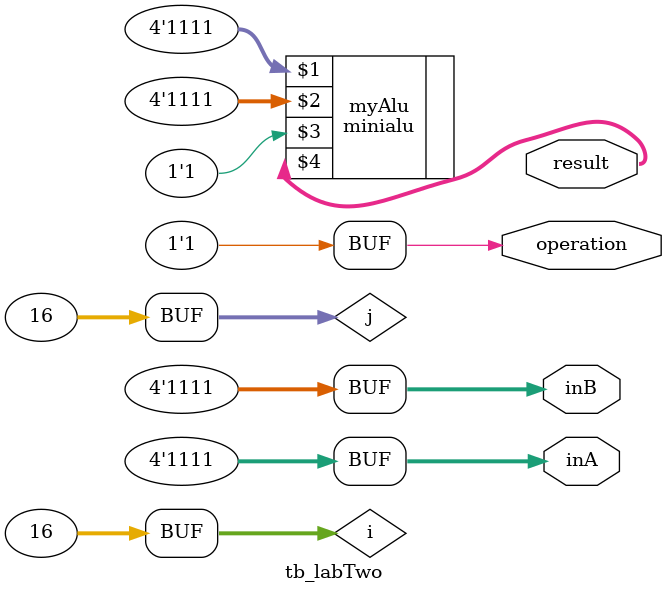
<source format=sv>
`timescale 1ns/1ns

module tb_labTwo(output [19:0] result, output reg [3:0] inA, output reg [3:0] inB, output reg operation);
	//This testbench should encapsulate miniALU since you will only use this testbench to test miniALU

	integer i, j, k; //these are for the for loop to know how many iterations to go through. Integers are essentially 32 bit signed regs.

	//instantiate your miniALU with the inputs/outputs from above.
	minialu myAlu(inA, inB, operation, result);
			
	

	initial begin
		 for(i = 0; i < 16; i = i+1) begin //Looping through all possible inA values (4 bit values -> 0 through 15)
			  inA = i;
			  /*
			  --------TO DO--------
			  1. You should loop through all possible 4 bit values using j.
					2. Within the for loop, in each iteration you should:
						 3. Have a 5ns delay before doing anything 
						 4. Set inB to j and the operation to 0
						 5. Have another 5ns delay
						 6. set operation to 1
			  --------TO DO--------
			  */
			  for(j = 0; j < 16; j = j+1) begin
					#5;
					inB = j;
					operation = 0;
					#5;
					operation = 1;		
			  end
			  
			  
		 end
	end

endmodule
</source>
